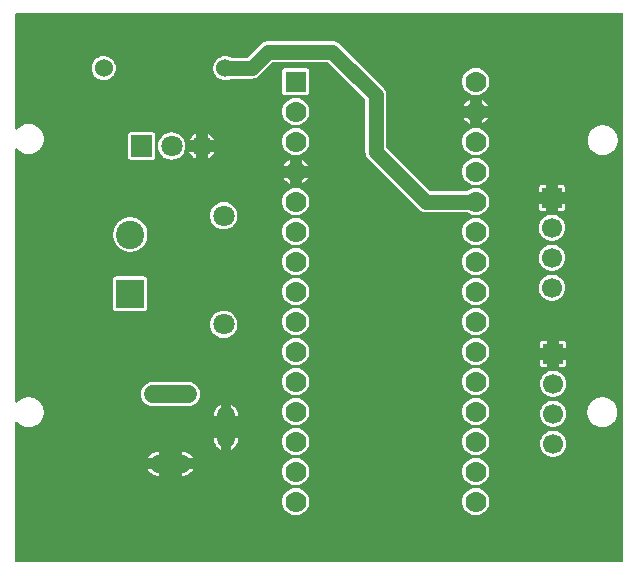
<source format=gbl>
G04 Layer: BottomLayer*
G04 EasyEDA v6.4.19.3, 2021-03-31T18:03:01+05:30*
G04 c08650e857294e3dbb17a6b3c2855350,e0f298e70ebc440d83774b4d482b81cc,10*
G04 Gerber Generator version 0.2*
G04 Scale: 100 percent, Rotated: No, Reflected: No *
G04 Dimensions in inches *
G04 leading zeros omitted , absolute positions ,3 integer and 6 decimal *
%FSLAX36Y36*%
%MOIN*%

%ADD11C,0.0500*%
%ADD13C,0.0709*%
%ADD14R,0.0945X0.0945*%
%ADD15C,0.0945*%
%ADD17C,0.0600*%
%ADD18R,0.0669X0.0669*%
%ADD19C,0.0669*%
%ADD20R,0.0700X0.0700*%
%ADD21C,0.0700*%

%LPD*%
G36*
X289700Y1781759D02*
G01*
X288160Y1782060D01*
X286860Y1782920D01*
X286000Y1784220D01*
X285700Y1785760D01*
X285700Y2246880D01*
X286020Y2248480D01*
X286980Y2249820D01*
X288380Y2250660D01*
X290020Y2250860D01*
X291580Y2250400D01*
X292840Y2249340D01*
X293220Y2248860D01*
X297500Y2244600D01*
X302260Y2240860D01*
X307420Y2237740D01*
X312940Y2235240D01*
X318720Y2233440D01*
X324680Y2232360D01*
X330700Y2232000D01*
X336740Y2232360D01*
X342700Y2233440D01*
X348480Y2235240D01*
X353980Y2237740D01*
X359159Y2240860D01*
X363920Y2244600D01*
X368200Y2248860D01*
X371940Y2253640D01*
X375060Y2258800D01*
X377540Y2264320D01*
X379340Y2270100D01*
X380439Y2276040D01*
X380800Y2282080D01*
X380439Y2288120D01*
X379340Y2294080D01*
X377540Y2299860D01*
X375060Y2305360D01*
X371940Y2310540D01*
X368200Y2315300D01*
X363920Y2319580D01*
X359159Y2323320D01*
X353980Y2326440D01*
X348480Y2328920D01*
X342700Y2330720D01*
X336740Y2331820D01*
X330700Y2332180D01*
X324680Y2331820D01*
X318720Y2330720D01*
X312940Y2328920D01*
X307420Y2326440D01*
X302260Y2323320D01*
X297500Y2319580D01*
X293220Y2315300D01*
X292840Y2314820D01*
X291580Y2313780D01*
X290020Y2313300D01*
X288380Y2313520D01*
X286980Y2314360D01*
X286020Y2315680D01*
X285700Y2317300D01*
X285700Y3157700D01*
X286020Y3159320D01*
X286980Y3160640D01*
X288380Y3161480D01*
X290020Y3161700D01*
X291580Y3161240D01*
X292840Y3160179D01*
X293220Y3159700D01*
X297500Y3155419D01*
X302260Y3151680D01*
X307420Y3148560D01*
X312940Y3146080D01*
X318720Y3144280D01*
X324680Y3143180D01*
X330700Y3142820D01*
X336740Y3143180D01*
X342700Y3144280D01*
X348480Y3146080D01*
X353980Y3148560D01*
X359159Y3151680D01*
X363920Y3155419D01*
X368200Y3159700D01*
X371940Y3164460D01*
X375060Y3169640D01*
X377540Y3175160D01*
X379340Y3180920D01*
X380439Y3186880D01*
X380800Y3192919D01*
X380439Y3198960D01*
X379340Y3204900D01*
X377540Y3210680D01*
X375060Y3216200D01*
X371940Y3221380D01*
X368200Y3226139D01*
X363920Y3230400D01*
X359159Y3234140D01*
X353980Y3237260D01*
X348480Y3239760D01*
X342700Y3241560D01*
X336740Y3242640D01*
X330700Y3243000D01*
X324680Y3242640D01*
X318720Y3241560D01*
X312940Y3239760D01*
X307420Y3237260D01*
X302260Y3234140D01*
X297500Y3230400D01*
X293220Y3226139D01*
X292840Y3225659D01*
X291580Y3224600D01*
X290020Y3224140D01*
X288380Y3224340D01*
X286980Y3225179D01*
X286020Y3226520D01*
X285700Y3228120D01*
X285700Y3607940D01*
X286000Y3609480D01*
X286860Y3610779D01*
X288160Y3611640D01*
X289700Y3611940D01*
X2308740Y3611940D01*
X2310260Y3611640D01*
X2311560Y3610779D01*
X2312440Y3609480D01*
X2312740Y3607940D01*
X2312740Y1785760D01*
X2312440Y1784220D01*
X2311560Y1782920D01*
X2310260Y1782060D01*
X2308740Y1781759D01*
G37*

%LPC*%
G36*
X1820480Y1939160D02*
G01*
X1826120Y1939520D01*
X1831680Y1940580D01*
X1837080Y1942320D01*
X1842200Y1944740D01*
X1846980Y1947780D01*
X1851339Y1951380D01*
X1855220Y1955520D01*
X1858540Y1960100D01*
X1861279Y1965060D01*
X1863360Y1970320D01*
X1864760Y1975800D01*
X1865480Y1981420D01*
X1865480Y1987080D01*
X1864760Y1992700D01*
X1863360Y1998180D01*
X1861279Y2003460D01*
X1858540Y2008420D01*
X1855220Y2013000D01*
X1851339Y2017120D01*
X1846980Y2020740D01*
X1842200Y2023760D01*
X1837080Y2026180D01*
X1831680Y2027920D01*
X1826120Y2028980D01*
X1820480Y2029340D01*
X1814820Y2028980D01*
X1809259Y2027920D01*
X1803880Y2026180D01*
X1798740Y2023760D01*
X1793959Y2020740D01*
X1789600Y2017120D01*
X1785720Y2013000D01*
X1782400Y2008420D01*
X1779680Y2003460D01*
X1777580Y1998180D01*
X1776180Y1992700D01*
X1775460Y1987080D01*
X1775460Y1981420D01*
X1776180Y1975800D01*
X1777580Y1970320D01*
X1779680Y1965060D01*
X1782400Y1960100D01*
X1785720Y1955520D01*
X1789600Y1951380D01*
X1793959Y1947780D01*
X1798740Y1944740D01*
X1803880Y1942320D01*
X1809259Y1940580D01*
X1814820Y1939520D01*
G37*
G36*
X1220480Y1939160D02*
G01*
X1226120Y1939520D01*
X1231680Y1940580D01*
X1237080Y1942320D01*
X1242200Y1944740D01*
X1246980Y1947780D01*
X1251340Y1951380D01*
X1255220Y1955520D01*
X1258540Y1960100D01*
X1261280Y1965060D01*
X1263360Y1970320D01*
X1264760Y1975800D01*
X1265480Y1981420D01*
X1265480Y1987080D01*
X1264760Y1992700D01*
X1263360Y1998180D01*
X1261280Y2003460D01*
X1258540Y2008420D01*
X1255220Y2013000D01*
X1251340Y2017120D01*
X1246980Y2020740D01*
X1242200Y2023760D01*
X1237080Y2026180D01*
X1231680Y2027920D01*
X1226120Y2028980D01*
X1220480Y2029340D01*
X1214820Y2028980D01*
X1209260Y2027920D01*
X1203880Y2026180D01*
X1198740Y2023760D01*
X1193960Y2020740D01*
X1189600Y2017120D01*
X1185720Y2013000D01*
X1182400Y2008420D01*
X1179680Y2003460D01*
X1177580Y1998180D01*
X1176180Y1992700D01*
X1175460Y1987080D01*
X1175460Y1981420D01*
X1176180Y1975800D01*
X1177580Y1970320D01*
X1179680Y1965060D01*
X1182400Y1960100D01*
X1185720Y1955520D01*
X1189600Y1951380D01*
X1193960Y1947780D01*
X1198740Y1944740D01*
X1203880Y1942320D01*
X1209260Y1940580D01*
X1214820Y1939520D01*
G37*
G36*
X1220480Y2039160D02*
G01*
X1226120Y2039520D01*
X1231680Y2040580D01*
X1237080Y2042320D01*
X1242200Y2044740D01*
X1246980Y2047780D01*
X1251340Y2051380D01*
X1255220Y2055520D01*
X1258540Y2060100D01*
X1261280Y2065060D01*
X1263360Y2070320D01*
X1264760Y2075800D01*
X1265480Y2081420D01*
X1265480Y2087080D01*
X1264760Y2092700D01*
X1263360Y2098180D01*
X1261280Y2103460D01*
X1258540Y2108420D01*
X1255220Y2113000D01*
X1251340Y2117120D01*
X1246980Y2120740D01*
X1242200Y2123760D01*
X1237080Y2126180D01*
X1231680Y2127920D01*
X1226120Y2128980D01*
X1220480Y2129340D01*
X1214820Y2128980D01*
X1209260Y2127920D01*
X1203880Y2126180D01*
X1198740Y2123760D01*
X1193960Y2120740D01*
X1189600Y2117120D01*
X1185720Y2113000D01*
X1182400Y2108420D01*
X1179680Y2103460D01*
X1177580Y2098180D01*
X1176180Y2092700D01*
X1175460Y2087080D01*
X1175460Y2081420D01*
X1176180Y2075800D01*
X1177580Y2070320D01*
X1179680Y2065060D01*
X1182400Y2060100D01*
X1185720Y2055520D01*
X1189600Y2051380D01*
X1193960Y2047780D01*
X1198740Y2044740D01*
X1203880Y2042320D01*
X1209260Y2040580D01*
X1214820Y2039520D01*
G37*
G36*
X1820480Y2039160D02*
G01*
X1826120Y2039520D01*
X1831680Y2040580D01*
X1837080Y2042320D01*
X1842200Y2044740D01*
X1846980Y2047780D01*
X1851339Y2051380D01*
X1855220Y2055520D01*
X1858540Y2060100D01*
X1861279Y2065060D01*
X1863360Y2070320D01*
X1864760Y2075800D01*
X1865480Y2081420D01*
X1865480Y2087080D01*
X1864760Y2092700D01*
X1863360Y2098180D01*
X1861279Y2103460D01*
X1858540Y2108420D01*
X1855220Y2113000D01*
X1851339Y2117120D01*
X1846980Y2120740D01*
X1842200Y2123760D01*
X1837080Y2126180D01*
X1831680Y2127920D01*
X1826120Y2128980D01*
X1820480Y2129340D01*
X1814820Y2128980D01*
X1809259Y2127920D01*
X1803880Y2126180D01*
X1798740Y2123760D01*
X1793959Y2120740D01*
X1789600Y2117120D01*
X1785720Y2113000D01*
X1782400Y2108420D01*
X1779680Y2103460D01*
X1777580Y2098180D01*
X1776180Y2092700D01*
X1775460Y2087080D01*
X1775460Y2081420D01*
X1776180Y2075800D01*
X1777580Y2070320D01*
X1779680Y2065060D01*
X1782400Y2060100D01*
X1785720Y2055520D01*
X1789600Y2051380D01*
X1793959Y2047780D01*
X1798740Y2044740D01*
X1803880Y2042320D01*
X1809259Y2040580D01*
X1814820Y2039520D01*
G37*
G36*
X840100Y2070140D02*
G01*
X841919Y2070140D01*
X847280Y2070480D01*
X852420Y2071519D01*
X857380Y2073200D01*
X862099Y2075520D01*
X866460Y2078440D01*
X870400Y2081879D01*
X873860Y2085840D01*
X876760Y2090200D01*
X878020Y2092740D01*
X840100Y2092740D01*
G37*
G36*
X764380Y2070140D02*
G01*
X766200Y2070140D01*
X766200Y2092740D01*
X728280Y2092740D01*
X729539Y2090200D01*
X732440Y2085840D01*
X735900Y2081879D01*
X739840Y2078440D01*
X744200Y2075520D01*
X748920Y2073200D01*
X753880Y2071519D01*
X759020Y2070480D01*
G37*
G36*
X840100Y2127740D02*
G01*
X878020Y2127740D01*
X876760Y2130280D01*
X873860Y2134640D01*
X870400Y2138580D01*
X866460Y2142040D01*
X862099Y2144960D01*
X857380Y2147280D01*
X852420Y2148960D01*
X847280Y2149980D01*
X841919Y2150340D01*
X840100Y2150340D01*
G37*
G36*
X728280Y2127740D02*
G01*
X766200Y2127740D01*
X766200Y2150340D01*
X764380Y2150340D01*
X759020Y2149980D01*
X753880Y2148960D01*
X748920Y2147280D01*
X744200Y2144960D01*
X739840Y2142040D01*
X735900Y2138580D01*
X732440Y2134640D01*
X729539Y2130280D01*
G37*
G36*
X2078740Y2133220D02*
G01*
X2084319Y2133580D01*
X2089780Y2134640D01*
X2095080Y2136400D01*
X2100120Y2138820D01*
X2104800Y2141860D01*
X2109040Y2145480D01*
X2112800Y2149620D01*
X2115980Y2154200D01*
X2118560Y2159140D01*
X2120500Y2164380D01*
X2121740Y2169820D01*
X2122280Y2175380D01*
X2122100Y2180960D01*
X2121200Y2186460D01*
X2119620Y2191820D01*
X2117360Y2196920D01*
X2114460Y2201700D01*
X2110980Y2206060D01*
X2106980Y2209940D01*
X2102500Y2213280D01*
X2097640Y2216020D01*
X2092460Y2218120D01*
X2087060Y2219520D01*
X2081540Y2220240D01*
X2075960Y2220240D01*
X2070420Y2219520D01*
X2065020Y2218120D01*
X2059840Y2216020D01*
X2054980Y2213280D01*
X2050500Y2209940D01*
X2046500Y2206060D01*
X2043020Y2201700D01*
X2040120Y2196920D01*
X2037860Y2191820D01*
X2036279Y2186460D01*
X2035380Y2180960D01*
X2035200Y2175380D01*
X2035740Y2169820D01*
X2036980Y2164380D01*
X2038920Y2159140D01*
X2041500Y2154200D01*
X2044680Y2149620D01*
X2048440Y2145480D01*
X2052680Y2141860D01*
X2057360Y2138820D01*
X2062400Y2136400D01*
X2067700Y2134640D01*
X2073180Y2133580D01*
G37*
G36*
X1820480Y2139160D02*
G01*
X1826120Y2139520D01*
X1831680Y2140580D01*
X1837080Y2142320D01*
X1842200Y2144740D01*
X1846980Y2147780D01*
X1851339Y2151380D01*
X1855220Y2155520D01*
X1858540Y2160100D01*
X1861279Y2165060D01*
X1863360Y2170320D01*
X1864760Y2175800D01*
X1865480Y2181420D01*
X1865480Y2187080D01*
X1864760Y2192700D01*
X1863360Y2198180D01*
X1861279Y2203460D01*
X1858540Y2208420D01*
X1855220Y2213000D01*
X1851339Y2217120D01*
X1846980Y2220740D01*
X1842200Y2223760D01*
X1837080Y2226180D01*
X1831680Y2227920D01*
X1826120Y2228980D01*
X1820480Y2229340D01*
X1814820Y2228980D01*
X1809259Y2227920D01*
X1803880Y2226180D01*
X1798740Y2223760D01*
X1793959Y2220740D01*
X1789600Y2217120D01*
X1785720Y2213000D01*
X1782400Y2208420D01*
X1779680Y2203460D01*
X1777580Y2198180D01*
X1776180Y2192700D01*
X1775460Y2187080D01*
X1775460Y2181420D01*
X1776180Y2175800D01*
X1777580Y2170320D01*
X1779680Y2165060D01*
X1782400Y2160100D01*
X1785720Y2155520D01*
X1789600Y2151380D01*
X1793959Y2147780D01*
X1798740Y2144740D01*
X1803880Y2142320D01*
X1809259Y2140580D01*
X1814820Y2139520D01*
G37*
G36*
X1220480Y2139160D02*
G01*
X1226120Y2139520D01*
X1231680Y2140580D01*
X1237080Y2142320D01*
X1242200Y2144740D01*
X1246980Y2147780D01*
X1251340Y2151380D01*
X1255220Y2155520D01*
X1258540Y2160100D01*
X1261280Y2165060D01*
X1263360Y2170320D01*
X1264760Y2175800D01*
X1265480Y2181420D01*
X1265480Y2187080D01*
X1264760Y2192700D01*
X1263360Y2198180D01*
X1261280Y2203460D01*
X1258540Y2208420D01*
X1255220Y2213000D01*
X1251340Y2217120D01*
X1246980Y2220740D01*
X1242200Y2223760D01*
X1237080Y2226180D01*
X1231680Y2227920D01*
X1226120Y2228980D01*
X1220480Y2229340D01*
X1214820Y2228980D01*
X1209260Y2227920D01*
X1203880Y2226180D01*
X1198740Y2223760D01*
X1193960Y2220740D01*
X1189600Y2217120D01*
X1185720Y2213000D01*
X1182400Y2208420D01*
X1179680Y2203460D01*
X1177580Y2198180D01*
X1176180Y2192700D01*
X1175460Y2187080D01*
X1175460Y2181420D01*
X1176180Y2175800D01*
X1177580Y2170320D01*
X1179680Y2165060D01*
X1182400Y2160100D01*
X1185720Y2155520D01*
X1189600Y2151380D01*
X1193960Y2147780D01*
X1198740Y2144740D01*
X1203880Y2142320D01*
X1209260Y2140580D01*
X1214820Y2139520D01*
G37*
G36*
X1005680Y2157420D02*
G01*
X1008240Y2158660D01*
X1012600Y2161580D01*
X1016540Y2165040D01*
X1020000Y2168980D01*
X1022900Y2173340D01*
X1025220Y2178040D01*
X1026919Y2183020D01*
X1027940Y2188160D01*
X1028280Y2193520D01*
X1028280Y2195340D01*
X1005680Y2195340D01*
G37*
G36*
X970680Y2157420D02*
G01*
X970680Y2195340D01*
X948080Y2195340D01*
X948080Y2193520D01*
X948439Y2188160D01*
X949460Y2183020D01*
X951140Y2178040D01*
X953460Y2173340D01*
X956380Y2168980D01*
X959840Y2165040D01*
X963780Y2161580D01*
X968139Y2158660D01*
G37*
G36*
X2242720Y2232000D02*
G01*
X2248760Y2232360D01*
X2254700Y2233440D01*
X2260480Y2235240D01*
X2266000Y2237740D01*
X2271180Y2240860D01*
X2275940Y2244600D01*
X2280220Y2248860D01*
X2283940Y2253640D01*
X2287080Y2258800D01*
X2289560Y2264320D01*
X2291360Y2270100D01*
X2292440Y2276040D01*
X2292800Y2282080D01*
X2292440Y2288120D01*
X2291360Y2294080D01*
X2289560Y2299860D01*
X2287080Y2305360D01*
X2283940Y2310540D01*
X2280220Y2315300D01*
X2275940Y2319580D01*
X2271180Y2323320D01*
X2266000Y2326440D01*
X2260480Y2328920D01*
X2254700Y2330720D01*
X2248760Y2331820D01*
X2242720Y2332180D01*
X2236680Y2331820D01*
X2230720Y2330720D01*
X2224960Y2328920D01*
X2219440Y2326440D01*
X2214260Y2323320D01*
X2209500Y2319580D01*
X2205220Y2315300D01*
X2201500Y2310540D01*
X2198360Y2305360D01*
X2195880Y2299860D01*
X2194080Y2294080D01*
X2192980Y2288120D01*
X2192620Y2282080D01*
X2192980Y2276040D01*
X2194080Y2270100D01*
X2195880Y2264320D01*
X2198360Y2258800D01*
X2201500Y2253640D01*
X2205220Y2248860D01*
X2209500Y2244600D01*
X2214260Y2240860D01*
X2219440Y2237740D01*
X2224960Y2235240D01*
X2230720Y2233440D01*
X2236680Y2232360D01*
G37*
G36*
X2078740Y2233220D02*
G01*
X2084319Y2233580D01*
X2089780Y2234640D01*
X2095080Y2236400D01*
X2100120Y2238820D01*
X2104800Y2241860D01*
X2109040Y2245480D01*
X2112800Y2249620D01*
X2115980Y2254200D01*
X2118560Y2259140D01*
X2120500Y2264380D01*
X2121740Y2269820D01*
X2122280Y2275380D01*
X2122100Y2280960D01*
X2121200Y2286460D01*
X2119620Y2291820D01*
X2117360Y2296920D01*
X2114460Y2301700D01*
X2110980Y2306060D01*
X2106980Y2309940D01*
X2102500Y2313280D01*
X2097640Y2316020D01*
X2092460Y2318120D01*
X2087060Y2319520D01*
X2081540Y2320240D01*
X2075960Y2320240D01*
X2070420Y2319520D01*
X2065020Y2318120D01*
X2059840Y2316020D01*
X2054980Y2313280D01*
X2050500Y2309940D01*
X2046500Y2306060D01*
X2043020Y2301700D01*
X2040120Y2296920D01*
X2037860Y2291820D01*
X2036279Y2286460D01*
X2035380Y2280960D01*
X2035200Y2275380D01*
X2035740Y2269820D01*
X2036980Y2264380D01*
X2038920Y2259140D01*
X2041500Y2254200D01*
X2044680Y2249620D01*
X2048440Y2245480D01*
X2052680Y2241860D01*
X2057360Y2238820D01*
X2062400Y2236400D01*
X2067700Y2234640D01*
X2073180Y2233580D01*
G37*
G36*
X1820480Y2239160D02*
G01*
X1826120Y2239520D01*
X1831680Y2240580D01*
X1837080Y2242320D01*
X1842200Y2244740D01*
X1846980Y2247780D01*
X1851339Y2251380D01*
X1855220Y2255520D01*
X1858540Y2260100D01*
X1861279Y2265060D01*
X1863360Y2270320D01*
X1864760Y2275800D01*
X1865480Y2281420D01*
X1865480Y2287080D01*
X1864760Y2292700D01*
X1863360Y2298180D01*
X1861279Y2303460D01*
X1858540Y2308420D01*
X1855220Y2313000D01*
X1851339Y2317120D01*
X1846980Y2320740D01*
X1842200Y2323760D01*
X1837080Y2326180D01*
X1831680Y2327920D01*
X1826120Y2328980D01*
X1820480Y2329340D01*
X1814820Y2328980D01*
X1809259Y2327920D01*
X1803880Y2326180D01*
X1798740Y2323760D01*
X1793959Y2320740D01*
X1789600Y2317120D01*
X1785720Y2313000D01*
X1782400Y2308420D01*
X1779680Y2303460D01*
X1777580Y2298180D01*
X1776180Y2292700D01*
X1775460Y2287080D01*
X1775460Y2281420D01*
X1776180Y2275800D01*
X1777580Y2270320D01*
X1779680Y2265060D01*
X1782400Y2260100D01*
X1785720Y2255520D01*
X1789600Y2251380D01*
X1793959Y2247780D01*
X1798740Y2244740D01*
X1803880Y2242320D01*
X1809259Y2240580D01*
X1814820Y2239520D01*
G37*
G36*
X1220480Y2239160D02*
G01*
X1226120Y2239520D01*
X1231680Y2240580D01*
X1237080Y2242320D01*
X1242200Y2244740D01*
X1246980Y2247780D01*
X1251340Y2251380D01*
X1255220Y2255520D01*
X1258540Y2260100D01*
X1261280Y2265060D01*
X1263360Y2270320D01*
X1264760Y2275800D01*
X1265480Y2281420D01*
X1265480Y2287080D01*
X1264760Y2292700D01*
X1263360Y2298180D01*
X1261280Y2303460D01*
X1258540Y2308420D01*
X1255220Y2313000D01*
X1251340Y2317120D01*
X1246980Y2320740D01*
X1242200Y2323760D01*
X1237080Y2326180D01*
X1231680Y2327920D01*
X1226120Y2328980D01*
X1220480Y2329340D01*
X1214820Y2328980D01*
X1209260Y2327920D01*
X1203880Y2326180D01*
X1198740Y2323760D01*
X1193960Y2320740D01*
X1189600Y2317120D01*
X1185720Y2313000D01*
X1182400Y2308420D01*
X1179680Y2303460D01*
X1177580Y2298180D01*
X1176180Y2292700D01*
X1175460Y2287080D01*
X1175460Y2281420D01*
X1176180Y2275800D01*
X1177580Y2270320D01*
X1179680Y2265060D01*
X1182400Y2260100D01*
X1185720Y2255520D01*
X1189600Y2251380D01*
X1193960Y2247780D01*
X1198740Y2244740D01*
X1203880Y2242320D01*
X1209260Y2240580D01*
X1214820Y2239520D01*
G37*
G36*
X1005680Y2269240D02*
G01*
X1028280Y2269240D01*
X1028280Y2271060D01*
X1027940Y2276420D01*
X1026919Y2281560D01*
X1025220Y2286520D01*
X1022900Y2291220D01*
X1020000Y2295580D01*
X1016540Y2299540D01*
X1012600Y2302980D01*
X1008240Y2305900D01*
X1005680Y2307160D01*
G37*
G36*
X948080Y2269240D02*
G01*
X970680Y2269240D01*
X970680Y2307160D01*
X968139Y2305900D01*
X963780Y2302980D01*
X959840Y2299540D01*
X956380Y2295580D01*
X953460Y2291220D01*
X951140Y2286520D01*
X949460Y2281560D01*
X948439Y2276420D01*
X948080Y2271060D01*
G37*
G36*
X744700Y2302420D02*
G01*
X861600Y2302420D01*
X866960Y2302780D01*
X872099Y2303800D01*
X877080Y2305480D01*
X881780Y2307800D01*
X886140Y2310720D01*
X890080Y2314180D01*
X893540Y2318120D01*
X896460Y2322480D01*
X898780Y2327180D01*
X900460Y2332140D01*
X901480Y2337280D01*
X901820Y2342520D01*
X901480Y2347760D01*
X900460Y2352900D01*
X898780Y2357860D01*
X896460Y2362560D01*
X893540Y2366920D01*
X890080Y2370860D01*
X886140Y2374320D01*
X881780Y2377240D01*
X877080Y2379560D01*
X872099Y2381240D01*
X866960Y2382260D01*
X861600Y2382620D01*
X744700Y2382620D01*
X739340Y2382260D01*
X734200Y2381240D01*
X729220Y2379560D01*
X724520Y2377240D01*
X720160Y2374320D01*
X716220Y2370860D01*
X712760Y2366920D01*
X709840Y2362560D01*
X707520Y2357860D01*
X705840Y2352900D01*
X704820Y2347760D01*
X704479Y2342520D01*
X704820Y2337280D01*
X705840Y2332140D01*
X707520Y2327180D01*
X709840Y2322480D01*
X712760Y2318120D01*
X716220Y2314180D01*
X720160Y2310720D01*
X724520Y2307800D01*
X729220Y2305480D01*
X734200Y2303800D01*
X739340Y2302780D01*
G37*
G36*
X2078740Y2333220D02*
G01*
X2084319Y2333580D01*
X2089780Y2334640D01*
X2095080Y2336400D01*
X2100120Y2338820D01*
X2104800Y2341860D01*
X2109040Y2345480D01*
X2112800Y2349620D01*
X2115980Y2354200D01*
X2118560Y2359140D01*
X2120500Y2364380D01*
X2121740Y2369820D01*
X2122280Y2375380D01*
X2122100Y2380960D01*
X2121200Y2386460D01*
X2119620Y2391820D01*
X2117360Y2396920D01*
X2114460Y2401700D01*
X2110980Y2406060D01*
X2106980Y2409940D01*
X2102500Y2413280D01*
X2097640Y2416020D01*
X2092460Y2418120D01*
X2087060Y2419520D01*
X2081540Y2420240D01*
X2075960Y2420240D01*
X2070420Y2419520D01*
X2065020Y2418120D01*
X2059840Y2416020D01*
X2054980Y2413280D01*
X2050500Y2409940D01*
X2046500Y2406060D01*
X2043020Y2401700D01*
X2040120Y2396920D01*
X2037860Y2391820D01*
X2036279Y2386460D01*
X2035380Y2380960D01*
X2035200Y2375380D01*
X2035740Y2369820D01*
X2036980Y2364380D01*
X2038920Y2359140D01*
X2041500Y2354200D01*
X2044680Y2349620D01*
X2048440Y2345480D01*
X2052680Y2341860D01*
X2057360Y2338820D01*
X2062400Y2336400D01*
X2067700Y2334640D01*
X2073180Y2333580D01*
G37*
G36*
X1820480Y2339160D02*
G01*
X1826120Y2339520D01*
X1831680Y2340580D01*
X1837080Y2342320D01*
X1842200Y2344740D01*
X1846980Y2347780D01*
X1851339Y2351380D01*
X1855220Y2355520D01*
X1858540Y2360100D01*
X1861279Y2365060D01*
X1863360Y2370320D01*
X1864760Y2375800D01*
X1865480Y2381420D01*
X1865480Y2387080D01*
X1864760Y2392700D01*
X1863360Y2398180D01*
X1861279Y2403460D01*
X1858540Y2408420D01*
X1855220Y2413000D01*
X1851339Y2417120D01*
X1846980Y2420740D01*
X1842200Y2423760D01*
X1837080Y2426180D01*
X1831680Y2427920D01*
X1826120Y2428980D01*
X1820480Y2429340D01*
X1814820Y2428980D01*
X1809259Y2427920D01*
X1803880Y2426180D01*
X1798740Y2423760D01*
X1793959Y2420740D01*
X1789600Y2417120D01*
X1785720Y2413000D01*
X1782400Y2408420D01*
X1779680Y2403460D01*
X1777580Y2398180D01*
X1776180Y2392700D01*
X1775460Y2387080D01*
X1775460Y2381420D01*
X1776180Y2375800D01*
X1777580Y2370320D01*
X1779680Y2365060D01*
X1782400Y2360100D01*
X1785720Y2355520D01*
X1789600Y2351380D01*
X1793959Y2347780D01*
X1798740Y2344740D01*
X1803880Y2342320D01*
X1809259Y2340580D01*
X1814820Y2339520D01*
G37*
G36*
X1220480Y2339160D02*
G01*
X1226120Y2339520D01*
X1231680Y2340580D01*
X1237080Y2342320D01*
X1242200Y2344740D01*
X1246980Y2347780D01*
X1251340Y2351380D01*
X1255220Y2355520D01*
X1258540Y2360100D01*
X1261280Y2365060D01*
X1263360Y2370320D01*
X1264760Y2375800D01*
X1265480Y2381420D01*
X1265480Y2387080D01*
X1264760Y2392700D01*
X1263360Y2398180D01*
X1261280Y2403460D01*
X1258540Y2408420D01*
X1255220Y2413000D01*
X1251340Y2417120D01*
X1246980Y2420740D01*
X1242200Y2423760D01*
X1237080Y2426180D01*
X1231680Y2427920D01*
X1226120Y2428980D01*
X1220480Y2429340D01*
X1214820Y2428980D01*
X1209260Y2427920D01*
X1203880Y2426180D01*
X1198740Y2423760D01*
X1193960Y2420740D01*
X1189600Y2417120D01*
X1185720Y2413000D01*
X1182400Y2408420D01*
X1179680Y2403460D01*
X1177580Y2398180D01*
X1176180Y2392700D01*
X1175460Y2387080D01*
X1175460Y2381420D01*
X1176180Y2375800D01*
X1177580Y2370320D01*
X1179680Y2365060D01*
X1182400Y2360100D01*
X1185720Y2355520D01*
X1189600Y2351380D01*
X1193960Y2347780D01*
X1198740Y2344740D01*
X1203880Y2342320D01*
X1209260Y2340580D01*
X1214820Y2339520D01*
G37*
G36*
X2045500Y2433200D02*
G01*
X2059500Y2433200D01*
X2059500Y2457540D01*
X2035180Y2457540D01*
X2035180Y2443540D01*
X2035460Y2441060D01*
X2036200Y2438940D01*
X2037400Y2437020D01*
X2039000Y2435440D01*
X2040900Y2434240D01*
X2043040Y2433480D01*
G37*
G36*
X2097980Y2433200D02*
G01*
X2111980Y2433200D01*
X2114440Y2433480D01*
X2116580Y2434240D01*
X2118480Y2435440D01*
X2120080Y2437020D01*
X2121280Y2438940D01*
X2122020Y2441060D01*
X2122300Y2443540D01*
X2122300Y2457540D01*
X2097980Y2457540D01*
G37*
G36*
X1220480Y2439160D02*
G01*
X1226120Y2439520D01*
X1231680Y2440580D01*
X1237080Y2442320D01*
X1242200Y2444740D01*
X1246980Y2447780D01*
X1251340Y2451380D01*
X1255220Y2455520D01*
X1258540Y2460100D01*
X1261280Y2465060D01*
X1263360Y2470320D01*
X1264760Y2475800D01*
X1265480Y2481420D01*
X1265480Y2487080D01*
X1264760Y2492700D01*
X1263360Y2498180D01*
X1261280Y2503460D01*
X1258540Y2508420D01*
X1255220Y2513000D01*
X1251340Y2517120D01*
X1246980Y2520740D01*
X1242200Y2523760D01*
X1237080Y2526180D01*
X1231680Y2527920D01*
X1226120Y2528980D01*
X1220480Y2529340D01*
X1214820Y2528980D01*
X1209260Y2527920D01*
X1203880Y2526180D01*
X1198740Y2523760D01*
X1193960Y2520740D01*
X1189600Y2517120D01*
X1185720Y2513000D01*
X1182400Y2508420D01*
X1179680Y2503460D01*
X1177580Y2498180D01*
X1176180Y2492700D01*
X1175460Y2487080D01*
X1175460Y2481420D01*
X1176180Y2475800D01*
X1177580Y2470320D01*
X1179680Y2465060D01*
X1182400Y2460100D01*
X1185720Y2455520D01*
X1189600Y2451380D01*
X1193960Y2447780D01*
X1198740Y2444740D01*
X1203880Y2442320D01*
X1209260Y2440580D01*
X1214820Y2439520D01*
G37*
G36*
X1820480Y2439160D02*
G01*
X1826120Y2439520D01*
X1831680Y2440580D01*
X1837080Y2442320D01*
X1842200Y2444740D01*
X1846980Y2447780D01*
X1851339Y2451380D01*
X1855220Y2455520D01*
X1858540Y2460100D01*
X1861279Y2465060D01*
X1863360Y2470320D01*
X1864760Y2475800D01*
X1865480Y2481420D01*
X1865480Y2487080D01*
X1864760Y2492700D01*
X1863360Y2498180D01*
X1861279Y2503460D01*
X1858540Y2508420D01*
X1855220Y2513000D01*
X1851339Y2517120D01*
X1846980Y2520740D01*
X1842200Y2523760D01*
X1837080Y2526180D01*
X1831680Y2527920D01*
X1826120Y2528980D01*
X1820480Y2529340D01*
X1814820Y2528980D01*
X1809259Y2527920D01*
X1803880Y2526180D01*
X1798740Y2523760D01*
X1793959Y2520740D01*
X1789600Y2517120D01*
X1785720Y2513000D01*
X1782400Y2508420D01*
X1779680Y2503460D01*
X1777580Y2498180D01*
X1776180Y2492700D01*
X1775460Y2487080D01*
X1775460Y2481420D01*
X1776180Y2475800D01*
X1777580Y2470320D01*
X1779680Y2465060D01*
X1782400Y2460100D01*
X1785720Y2455520D01*
X1789600Y2451380D01*
X1793959Y2447780D01*
X1798740Y2444740D01*
X1803880Y2442320D01*
X1809259Y2440580D01*
X1814820Y2439520D01*
G37*
G36*
X2035180Y2496000D02*
G01*
X2059500Y2496000D01*
X2059500Y2520340D01*
X2045500Y2520340D01*
X2043040Y2520060D01*
X2040900Y2519320D01*
X2039000Y2518120D01*
X2037400Y2516520D01*
X2036200Y2514600D01*
X2035460Y2512480D01*
X2035180Y2510020D01*
G37*
G36*
X2097980Y2496000D02*
G01*
X2122300Y2496000D01*
X2122300Y2510020D01*
X2122020Y2512480D01*
X2121280Y2514600D01*
X2120080Y2516520D01*
X2118480Y2518120D01*
X2116580Y2519320D01*
X2114440Y2520060D01*
X2111980Y2520340D01*
X2097980Y2520340D01*
G37*
G36*
X980320Y2529280D02*
G01*
X986020Y2529640D01*
X991640Y2530720D01*
X997080Y2532480D01*
X1002240Y2534920D01*
X1007080Y2537980D01*
X1011480Y2541620D01*
X1015400Y2545780D01*
X1018760Y2550420D01*
X1021500Y2555420D01*
X1023620Y2560740D01*
X1025040Y2566280D01*
X1025759Y2571940D01*
X1025759Y2577660D01*
X1025040Y2583340D01*
X1023620Y2588880D01*
X1021500Y2594180D01*
X1018760Y2599200D01*
X1015400Y2603820D01*
X1011480Y2608000D01*
X1007080Y2611640D01*
X1002240Y2614700D01*
X997080Y2617140D01*
X991640Y2618900D01*
X986020Y2619980D01*
X980320Y2620340D01*
X974599Y2619980D01*
X969000Y2618900D01*
X963560Y2617140D01*
X958379Y2614700D01*
X953560Y2611640D01*
X949160Y2608000D01*
X945240Y2603820D01*
X941880Y2599200D01*
X939120Y2594180D01*
X937020Y2588880D01*
X935600Y2583340D01*
X934880Y2577660D01*
X934880Y2571940D01*
X935600Y2566280D01*
X937020Y2560740D01*
X939120Y2555420D01*
X941880Y2550420D01*
X945240Y2545780D01*
X949160Y2541620D01*
X953560Y2537980D01*
X958379Y2534920D01*
X963560Y2532480D01*
X969000Y2530720D01*
X974599Y2529640D01*
G37*
G36*
X1820480Y2539160D02*
G01*
X1826120Y2539520D01*
X1831680Y2540580D01*
X1837080Y2542320D01*
X1842200Y2544740D01*
X1846980Y2547780D01*
X1851339Y2551380D01*
X1855220Y2555520D01*
X1858540Y2560100D01*
X1861279Y2565059D01*
X1863360Y2570320D01*
X1864760Y2575800D01*
X1865480Y2581420D01*
X1865480Y2587080D01*
X1864760Y2592700D01*
X1863360Y2598180D01*
X1861279Y2603460D01*
X1858540Y2608420D01*
X1855220Y2613000D01*
X1851339Y2617120D01*
X1846980Y2620740D01*
X1842200Y2623759D01*
X1837080Y2626180D01*
X1831680Y2627919D01*
X1826120Y2628980D01*
X1820480Y2629340D01*
X1814820Y2628980D01*
X1809259Y2627919D01*
X1803880Y2626180D01*
X1798740Y2623759D01*
X1793959Y2620740D01*
X1789600Y2617120D01*
X1785720Y2613000D01*
X1782400Y2608420D01*
X1779680Y2603460D01*
X1777580Y2598180D01*
X1776180Y2592700D01*
X1775460Y2587080D01*
X1775460Y2581420D01*
X1776180Y2575800D01*
X1777580Y2570320D01*
X1779680Y2565059D01*
X1782400Y2560100D01*
X1785720Y2555520D01*
X1789600Y2551380D01*
X1793959Y2547780D01*
X1798740Y2544740D01*
X1803880Y2542320D01*
X1809259Y2540580D01*
X1814820Y2539520D01*
G37*
G36*
X1220480Y2539160D02*
G01*
X1226120Y2539520D01*
X1231680Y2540580D01*
X1237080Y2542320D01*
X1242200Y2544740D01*
X1246980Y2547780D01*
X1251340Y2551380D01*
X1255220Y2555520D01*
X1258540Y2560100D01*
X1261280Y2565059D01*
X1263360Y2570320D01*
X1264760Y2575800D01*
X1265480Y2581420D01*
X1265480Y2587080D01*
X1264760Y2592700D01*
X1263360Y2598180D01*
X1261280Y2603460D01*
X1258540Y2608420D01*
X1255220Y2613000D01*
X1251340Y2617120D01*
X1246980Y2620740D01*
X1242200Y2623759D01*
X1237080Y2626180D01*
X1231680Y2627919D01*
X1226120Y2628980D01*
X1220480Y2629340D01*
X1214820Y2628980D01*
X1209260Y2627919D01*
X1203880Y2626180D01*
X1198740Y2623759D01*
X1193960Y2620740D01*
X1189600Y2617120D01*
X1185720Y2613000D01*
X1182400Y2608420D01*
X1179680Y2603460D01*
X1177580Y2598180D01*
X1176180Y2592700D01*
X1175460Y2587080D01*
X1175460Y2581420D01*
X1176180Y2575800D01*
X1177580Y2570320D01*
X1179680Y2565059D01*
X1182400Y2560100D01*
X1185720Y2555520D01*
X1189600Y2551380D01*
X1193960Y2547780D01*
X1198740Y2544740D01*
X1203880Y2542320D01*
X1209260Y2540580D01*
X1214820Y2539520D01*
G37*
G36*
X622280Y2619820D02*
G01*
X716320Y2619820D01*
X718780Y2620100D01*
X720900Y2620840D01*
X722820Y2622040D01*
X724419Y2623639D01*
X725620Y2625560D01*
X726360Y2627679D01*
X726640Y2630140D01*
X726640Y2724180D01*
X726360Y2726660D01*
X725620Y2728780D01*
X724419Y2730700D01*
X722820Y2732280D01*
X720900Y2733480D01*
X718780Y2734240D01*
X716320Y2734520D01*
X622280Y2734520D01*
X619800Y2734240D01*
X617680Y2733480D01*
X615760Y2732280D01*
X614160Y2730700D01*
X612960Y2728780D01*
X612220Y2726660D01*
X611940Y2724180D01*
X611940Y2630140D01*
X612220Y2627679D01*
X612960Y2625560D01*
X614160Y2623639D01*
X615760Y2622040D01*
X617680Y2620840D01*
X619800Y2620100D01*
G37*
G36*
X1220480Y2639160D02*
G01*
X1226120Y2639520D01*
X1231680Y2640580D01*
X1237080Y2642320D01*
X1242200Y2644740D01*
X1246980Y2647780D01*
X1251340Y2651380D01*
X1255220Y2655520D01*
X1258540Y2660100D01*
X1261280Y2665059D01*
X1263360Y2670320D01*
X1264760Y2675800D01*
X1265480Y2681420D01*
X1265480Y2687080D01*
X1264760Y2692700D01*
X1263360Y2698180D01*
X1261280Y2703460D01*
X1258540Y2708420D01*
X1255220Y2713000D01*
X1251340Y2717120D01*
X1246980Y2720740D01*
X1242200Y2723759D01*
X1237080Y2726180D01*
X1231680Y2727919D01*
X1226120Y2728980D01*
X1220480Y2729340D01*
X1214820Y2728980D01*
X1209260Y2727919D01*
X1203880Y2726180D01*
X1198740Y2723759D01*
X1193960Y2720740D01*
X1189600Y2717120D01*
X1185720Y2713000D01*
X1182400Y2708420D01*
X1179680Y2703460D01*
X1177580Y2698180D01*
X1176180Y2692700D01*
X1175460Y2687080D01*
X1175460Y2681420D01*
X1176180Y2675800D01*
X1177580Y2670320D01*
X1179680Y2665059D01*
X1182400Y2660100D01*
X1185720Y2655520D01*
X1189600Y2651380D01*
X1193960Y2647780D01*
X1198740Y2644740D01*
X1203880Y2642320D01*
X1209260Y2640580D01*
X1214820Y2639520D01*
G37*
G36*
X1820480Y2639160D02*
G01*
X1826120Y2639520D01*
X1831680Y2640580D01*
X1837080Y2642320D01*
X1842200Y2644740D01*
X1846980Y2647780D01*
X1851339Y2651380D01*
X1855220Y2655520D01*
X1858540Y2660100D01*
X1861279Y2665059D01*
X1863360Y2670320D01*
X1864760Y2675800D01*
X1865480Y2681420D01*
X1865480Y2687080D01*
X1864760Y2692700D01*
X1863360Y2698180D01*
X1861279Y2703460D01*
X1858540Y2708420D01*
X1855220Y2713000D01*
X1851339Y2717120D01*
X1846980Y2720740D01*
X1842200Y2723759D01*
X1837080Y2726180D01*
X1831680Y2727919D01*
X1826120Y2728980D01*
X1820480Y2729340D01*
X1814820Y2728980D01*
X1809259Y2727919D01*
X1803880Y2726180D01*
X1798740Y2723759D01*
X1793959Y2720740D01*
X1789600Y2717120D01*
X1785720Y2713000D01*
X1782400Y2708420D01*
X1779680Y2703460D01*
X1777580Y2698180D01*
X1776180Y2692700D01*
X1775460Y2687080D01*
X1775460Y2681420D01*
X1776180Y2675800D01*
X1777580Y2670320D01*
X1779680Y2665059D01*
X1782400Y2660100D01*
X1785720Y2655520D01*
X1789600Y2651380D01*
X1793959Y2647780D01*
X1798740Y2644740D01*
X1803880Y2642320D01*
X1809259Y2640580D01*
X1814820Y2639520D01*
G37*
G36*
X2074800Y2652900D02*
G01*
X2080380Y2653260D01*
X2085860Y2654320D01*
X2091140Y2656080D01*
X2096180Y2658500D01*
X2100860Y2661560D01*
X2105100Y2665160D01*
X2108860Y2669300D01*
X2112060Y2673880D01*
X2114640Y2678820D01*
X2116560Y2684060D01*
X2117800Y2689500D01*
X2118340Y2695059D01*
X2118160Y2700640D01*
X2117260Y2706160D01*
X2115680Y2711500D01*
X2113420Y2716600D01*
X2110520Y2721380D01*
X2107040Y2725740D01*
X2103040Y2729620D01*
X2098560Y2732960D01*
X2093700Y2735700D01*
X2088520Y2737799D01*
X2083140Y2739220D01*
X2077600Y2739920D01*
X2072020Y2739920D01*
X2066480Y2739220D01*
X2061080Y2737799D01*
X2055900Y2735700D01*
X2051040Y2732960D01*
X2046560Y2729620D01*
X2042560Y2725740D01*
X2039079Y2721380D01*
X2036180Y2716600D01*
X2033920Y2711500D01*
X2032340Y2706160D01*
X2031440Y2700640D01*
X2031279Y2695059D01*
X2031800Y2689500D01*
X2033040Y2684060D01*
X2034980Y2678820D01*
X2037560Y2673880D01*
X2040760Y2669300D01*
X2044500Y2665160D01*
X2048760Y2661560D01*
X2053440Y2658500D01*
X2058460Y2656080D01*
X2063760Y2654320D01*
X2069240Y2653260D01*
G37*
G36*
X1820480Y2739160D02*
G01*
X1826120Y2739520D01*
X1831680Y2740580D01*
X1837080Y2742320D01*
X1842200Y2744740D01*
X1846980Y2747780D01*
X1851339Y2751380D01*
X1855220Y2755520D01*
X1858540Y2760100D01*
X1861279Y2765059D01*
X1863360Y2770320D01*
X1864760Y2775800D01*
X1865480Y2781420D01*
X1865480Y2787080D01*
X1864760Y2792700D01*
X1863360Y2798180D01*
X1861279Y2803460D01*
X1858540Y2808420D01*
X1855220Y2813000D01*
X1851339Y2817120D01*
X1846980Y2820740D01*
X1842200Y2823759D01*
X1837080Y2826180D01*
X1831680Y2827919D01*
X1826120Y2828980D01*
X1820480Y2829340D01*
X1814820Y2828980D01*
X1809259Y2827919D01*
X1803880Y2826180D01*
X1798740Y2823759D01*
X1793959Y2820740D01*
X1789600Y2817120D01*
X1785720Y2813000D01*
X1782400Y2808420D01*
X1779680Y2803460D01*
X1777580Y2798180D01*
X1776180Y2792700D01*
X1775460Y2787080D01*
X1775460Y2781420D01*
X1776180Y2775800D01*
X1777580Y2770320D01*
X1779680Y2765059D01*
X1782400Y2760100D01*
X1785720Y2755520D01*
X1789600Y2751380D01*
X1793959Y2747780D01*
X1798740Y2744740D01*
X1803880Y2742320D01*
X1809259Y2740580D01*
X1814820Y2739520D01*
G37*
G36*
X1220480Y2739160D02*
G01*
X1226120Y2739520D01*
X1231680Y2740580D01*
X1237080Y2742320D01*
X1242200Y2744740D01*
X1246980Y2747780D01*
X1251340Y2751380D01*
X1255220Y2755520D01*
X1258540Y2760100D01*
X1261280Y2765059D01*
X1263360Y2770320D01*
X1264760Y2775800D01*
X1265480Y2781420D01*
X1265480Y2787080D01*
X1264760Y2792700D01*
X1263360Y2798180D01*
X1261280Y2803460D01*
X1258540Y2808420D01*
X1255220Y2813000D01*
X1251340Y2817120D01*
X1246980Y2820740D01*
X1242200Y2823759D01*
X1237080Y2826180D01*
X1231680Y2827919D01*
X1226120Y2828980D01*
X1220480Y2829340D01*
X1214820Y2828980D01*
X1209260Y2827919D01*
X1203880Y2826180D01*
X1198740Y2823759D01*
X1193960Y2820740D01*
X1189600Y2817120D01*
X1185720Y2813000D01*
X1182400Y2808420D01*
X1179680Y2803460D01*
X1177580Y2798180D01*
X1176180Y2792700D01*
X1175460Y2787080D01*
X1175460Y2781420D01*
X1176180Y2775800D01*
X1177580Y2770320D01*
X1179680Y2765059D01*
X1182400Y2760100D01*
X1185720Y2755520D01*
X1189600Y2751380D01*
X1193960Y2747780D01*
X1198740Y2744740D01*
X1203880Y2742320D01*
X1209260Y2740580D01*
X1214820Y2739520D01*
G37*
G36*
X2074800Y2752900D02*
G01*
X2080380Y2753260D01*
X2085860Y2754320D01*
X2091140Y2756080D01*
X2096180Y2758500D01*
X2100860Y2761560D01*
X2105100Y2765160D01*
X2108860Y2769300D01*
X2112060Y2773880D01*
X2114640Y2778820D01*
X2116560Y2784060D01*
X2117800Y2789500D01*
X2118340Y2795059D01*
X2118160Y2800640D01*
X2117260Y2806160D01*
X2115680Y2811500D01*
X2113420Y2816600D01*
X2110520Y2821380D01*
X2107040Y2825740D01*
X2103040Y2829620D01*
X2098560Y2832960D01*
X2093700Y2835700D01*
X2088520Y2837799D01*
X2083140Y2839220D01*
X2077600Y2839920D01*
X2072020Y2839920D01*
X2066480Y2839220D01*
X2061080Y2837799D01*
X2055900Y2835700D01*
X2051040Y2832960D01*
X2046560Y2829620D01*
X2042560Y2825740D01*
X2039079Y2821380D01*
X2036180Y2816600D01*
X2033920Y2811500D01*
X2032340Y2806160D01*
X2031440Y2800640D01*
X2031279Y2795059D01*
X2031800Y2789500D01*
X2033040Y2784060D01*
X2034980Y2778820D01*
X2037560Y2773880D01*
X2040760Y2769300D01*
X2044500Y2765160D01*
X2048760Y2761560D01*
X2053440Y2758500D01*
X2058460Y2756080D01*
X2063760Y2754320D01*
X2069240Y2753260D01*
G37*
G36*
X669300Y2816680D02*
G01*
X675720Y2817040D01*
X682060Y2818120D01*
X688220Y2819900D01*
X694160Y2822360D01*
X699800Y2825460D01*
X705040Y2829180D01*
X709840Y2833480D01*
X714120Y2838260D01*
X717840Y2843519D01*
X720960Y2849140D01*
X723420Y2855080D01*
X725200Y2861259D01*
X726260Y2867600D01*
X726620Y2874020D01*
X726260Y2880440D01*
X725200Y2886780D01*
X723420Y2892960D01*
X720960Y2898900D01*
X717840Y2904520D01*
X714120Y2909760D01*
X709840Y2914560D01*
X705040Y2918840D01*
X699800Y2922559D01*
X694160Y2925680D01*
X688220Y2928140D01*
X682060Y2929920D01*
X675720Y2931000D01*
X669300Y2931360D01*
X662880Y2931000D01*
X656540Y2929920D01*
X650360Y2928140D01*
X644419Y2925680D01*
X638780Y2922559D01*
X633540Y2918840D01*
X628740Y2914560D01*
X624460Y2909760D01*
X620740Y2904520D01*
X617640Y2898900D01*
X615180Y2892960D01*
X613380Y2886780D01*
X612320Y2880440D01*
X611960Y2874020D01*
X612320Y2867600D01*
X613380Y2861259D01*
X615180Y2855080D01*
X617640Y2849140D01*
X620740Y2843519D01*
X624460Y2838260D01*
X628740Y2833480D01*
X633540Y2829180D01*
X638780Y2825460D01*
X644419Y2822360D01*
X650360Y2819900D01*
X656540Y2818120D01*
X662880Y2817040D01*
G37*
G36*
X1820480Y2839160D02*
G01*
X1826120Y2839520D01*
X1831680Y2840580D01*
X1837080Y2842320D01*
X1842200Y2844740D01*
X1846980Y2847780D01*
X1851339Y2851380D01*
X1855220Y2855520D01*
X1858540Y2860100D01*
X1861279Y2865059D01*
X1863360Y2870320D01*
X1864760Y2875800D01*
X1865480Y2881420D01*
X1865480Y2887080D01*
X1864760Y2892700D01*
X1863360Y2898180D01*
X1861279Y2903460D01*
X1858540Y2908420D01*
X1855220Y2913000D01*
X1851339Y2917120D01*
X1846980Y2920740D01*
X1842200Y2923759D01*
X1837080Y2926180D01*
X1831680Y2927919D01*
X1826120Y2928980D01*
X1820480Y2929340D01*
X1814820Y2928980D01*
X1809259Y2927919D01*
X1803880Y2926180D01*
X1798740Y2923759D01*
X1793959Y2920740D01*
X1789600Y2917120D01*
X1785720Y2913000D01*
X1782400Y2908420D01*
X1779680Y2903460D01*
X1777580Y2898180D01*
X1776180Y2892700D01*
X1775460Y2887080D01*
X1775460Y2881420D01*
X1776180Y2875800D01*
X1777580Y2870320D01*
X1779680Y2865059D01*
X1782400Y2860100D01*
X1785720Y2855520D01*
X1789600Y2851380D01*
X1793959Y2847780D01*
X1798740Y2844740D01*
X1803880Y2842320D01*
X1809259Y2840580D01*
X1814820Y2839520D01*
G37*
G36*
X1220480Y2839160D02*
G01*
X1226120Y2839520D01*
X1231680Y2840580D01*
X1237080Y2842320D01*
X1242200Y2844740D01*
X1246980Y2847780D01*
X1251340Y2851380D01*
X1255220Y2855520D01*
X1258540Y2860100D01*
X1261280Y2865059D01*
X1263360Y2870320D01*
X1264760Y2875800D01*
X1265480Y2881420D01*
X1265480Y2887080D01*
X1264760Y2892700D01*
X1263360Y2898180D01*
X1261280Y2903460D01*
X1258540Y2908420D01*
X1255220Y2913000D01*
X1251340Y2917120D01*
X1246980Y2920740D01*
X1242200Y2923759D01*
X1237080Y2926180D01*
X1231680Y2927919D01*
X1226120Y2928980D01*
X1220480Y2929340D01*
X1214820Y2928980D01*
X1209260Y2927919D01*
X1203880Y2926180D01*
X1198740Y2923759D01*
X1193960Y2920740D01*
X1189600Y2917120D01*
X1185720Y2913000D01*
X1182400Y2908420D01*
X1179680Y2903460D01*
X1177580Y2898180D01*
X1176180Y2892700D01*
X1175460Y2887080D01*
X1175460Y2881420D01*
X1176180Y2875800D01*
X1177580Y2870320D01*
X1179680Y2865059D01*
X1182400Y2860100D01*
X1185720Y2855520D01*
X1189600Y2851380D01*
X1193960Y2847780D01*
X1198740Y2844740D01*
X1203880Y2842320D01*
X1209260Y2840580D01*
X1214820Y2839520D01*
G37*
G36*
X2074800Y2852900D02*
G01*
X2080380Y2853260D01*
X2085860Y2854320D01*
X2091140Y2856080D01*
X2096180Y2858500D01*
X2100860Y2861560D01*
X2105100Y2865160D01*
X2108860Y2869300D01*
X2112060Y2873880D01*
X2114640Y2878820D01*
X2116560Y2884060D01*
X2117800Y2889500D01*
X2118340Y2895059D01*
X2118160Y2900640D01*
X2117260Y2906160D01*
X2115680Y2911500D01*
X2113420Y2916600D01*
X2110520Y2921380D01*
X2107040Y2925740D01*
X2103040Y2929620D01*
X2098560Y2932960D01*
X2093700Y2935700D01*
X2088520Y2937799D01*
X2083140Y2939220D01*
X2077600Y2939920D01*
X2072020Y2939920D01*
X2066480Y2939220D01*
X2061080Y2937799D01*
X2055900Y2935700D01*
X2051040Y2932960D01*
X2046560Y2929620D01*
X2042560Y2925740D01*
X2039079Y2921380D01*
X2036180Y2916600D01*
X2033920Y2911500D01*
X2032340Y2906160D01*
X2031440Y2900640D01*
X2031279Y2895059D01*
X2031800Y2889500D01*
X2033040Y2884060D01*
X2034980Y2878820D01*
X2037560Y2873880D01*
X2040760Y2869300D01*
X2044500Y2865160D01*
X2048760Y2861560D01*
X2053440Y2858500D01*
X2058460Y2856080D01*
X2063760Y2854320D01*
X2069240Y2853260D01*
G37*
G36*
X980320Y2891480D02*
G01*
X986020Y2891840D01*
X991640Y2892919D01*
X997080Y2894680D01*
X1002240Y2897120D01*
X1007080Y2900179D01*
X1011480Y2903820D01*
X1015400Y2908000D01*
X1018760Y2912620D01*
X1021500Y2917620D01*
X1023620Y2922940D01*
X1025040Y2928480D01*
X1025759Y2934160D01*
X1025759Y2939860D01*
X1025040Y2945539D01*
X1023620Y2951080D01*
X1021500Y2956400D01*
X1018760Y2961400D01*
X1015400Y2966019D01*
X1011480Y2970200D01*
X1007080Y2973840D01*
X1002240Y2976900D01*
X997080Y2979340D01*
X991640Y2981100D01*
X986020Y2982180D01*
X980320Y2982540D01*
X974599Y2982180D01*
X969000Y2981100D01*
X963560Y2979340D01*
X958379Y2976900D01*
X953560Y2973840D01*
X949160Y2970200D01*
X945240Y2966019D01*
X941880Y2961400D01*
X939120Y2956400D01*
X937020Y2951080D01*
X935600Y2945539D01*
X934880Y2939860D01*
X934880Y2934160D01*
X935600Y2928480D01*
X937020Y2922940D01*
X939120Y2917620D01*
X941880Y2912620D01*
X945240Y2908000D01*
X949160Y2903820D01*
X953560Y2900179D01*
X958379Y2897120D01*
X963560Y2894680D01*
X969000Y2892919D01*
X974599Y2891840D01*
G37*
G36*
X1220480Y2939160D02*
G01*
X1226120Y2939520D01*
X1231680Y2940580D01*
X1237080Y2942320D01*
X1242200Y2944740D01*
X1246980Y2947780D01*
X1251340Y2951380D01*
X1255220Y2955520D01*
X1258540Y2960100D01*
X1261280Y2965059D01*
X1263360Y2970320D01*
X1264760Y2975800D01*
X1265480Y2981420D01*
X1265480Y2987080D01*
X1264760Y2992700D01*
X1263360Y2998180D01*
X1261280Y3003460D01*
X1258540Y3008420D01*
X1255220Y3013000D01*
X1251340Y3017120D01*
X1246980Y3020740D01*
X1242200Y3023759D01*
X1237080Y3026180D01*
X1231680Y3027919D01*
X1226120Y3028980D01*
X1220480Y3029340D01*
X1214820Y3028980D01*
X1209260Y3027919D01*
X1203880Y3026180D01*
X1198740Y3023759D01*
X1193960Y3020740D01*
X1189600Y3017120D01*
X1185720Y3013000D01*
X1182400Y3008420D01*
X1179680Y3003460D01*
X1177580Y2998180D01*
X1176180Y2992700D01*
X1175460Y2987080D01*
X1175460Y2981420D01*
X1176180Y2975800D01*
X1177580Y2970320D01*
X1179680Y2965059D01*
X1182400Y2960100D01*
X1185720Y2955520D01*
X1189600Y2951380D01*
X1193960Y2947780D01*
X1198740Y2944740D01*
X1203880Y2942320D01*
X1209260Y2940580D01*
X1214820Y2939520D01*
G37*
G36*
X1820480Y2939160D02*
G01*
X1826120Y2939520D01*
X1831680Y2940580D01*
X1837080Y2942320D01*
X1842200Y2944740D01*
X1846980Y2947780D01*
X1851339Y2951380D01*
X1855220Y2955520D01*
X1858540Y2960100D01*
X1861279Y2965059D01*
X1863360Y2970320D01*
X1864760Y2975800D01*
X1865480Y2981420D01*
X1865480Y2987080D01*
X1864760Y2992700D01*
X1863360Y2998180D01*
X1861279Y3003460D01*
X1858540Y3008420D01*
X1855220Y3013000D01*
X1851339Y3017120D01*
X1846980Y3020740D01*
X1842200Y3023759D01*
X1837080Y3026180D01*
X1831680Y3027919D01*
X1826120Y3028980D01*
X1820480Y3029340D01*
X1814820Y3028980D01*
X1809259Y3027919D01*
X1803880Y3026180D01*
X1798740Y3023759D01*
X1792220Y3019600D01*
X1790860Y3019360D01*
X1669740Y3019360D01*
X1668200Y3019660D01*
X1666920Y3020520D01*
X1524460Y3162980D01*
X1523600Y3164280D01*
X1523280Y3165800D01*
X1523280Y3338519D01*
X1523200Y3341080D01*
X1522940Y3343580D01*
X1522480Y3346040D01*
X1521860Y3348480D01*
X1521080Y3350840D01*
X1520120Y3353159D01*
X1519000Y3355400D01*
X1517720Y3357559D01*
X1516279Y3359620D01*
X1514720Y3361560D01*
X1512960Y3363460D01*
X1367380Y3509020D01*
X1365500Y3510779D01*
X1363560Y3512360D01*
X1361500Y3513780D01*
X1359340Y3515059D01*
X1357100Y3516180D01*
X1354780Y3517140D01*
X1352400Y3517919D01*
X1349980Y3518540D01*
X1347520Y3519000D01*
X1345020Y3519260D01*
X1342440Y3519360D01*
X1130000Y3519360D01*
X1127420Y3519260D01*
X1124920Y3519000D01*
X1122460Y3518540D01*
X1120040Y3517919D01*
X1117660Y3517140D01*
X1115340Y3516180D01*
X1113100Y3515059D01*
X1110940Y3513780D01*
X1108880Y3512360D01*
X1106940Y3510779D01*
X1105060Y3509020D01*
X1061440Y3465400D01*
X1060140Y3464540D01*
X1058600Y3464240D01*
X1006440Y3464240D01*
X1005440Y3464360D01*
X1004500Y3464720D01*
X1003100Y3465500D01*
X998100Y3467420D01*
X992880Y3468660D01*
X987560Y3469200D01*
X982200Y3469020D01*
X976919Y3468140D01*
X971820Y3466540D01*
X966960Y3464300D01*
X962440Y3461420D01*
X958360Y3457960D01*
X954760Y3453980D01*
X951720Y3449560D01*
X949320Y3444780D01*
X947560Y3439720D01*
X946480Y3434480D01*
X946140Y3429140D01*
X946480Y3423800D01*
X947560Y3418540D01*
X949320Y3413480D01*
X951720Y3408700D01*
X954760Y3404280D01*
X958360Y3400320D01*
X962440Y3396860D01*
X966960Y3393980D01*
X971820Y3391720D01*
X976919Y3390140D01*
X982200Y3389240D01*
X987560Y3389060D01*
X992880Y3389600D01*
X998100Y3390840D01*
X1003100Y3392760D01*
X1004500Y3393540D01*
X1005440Y3393920D01*
X1006440Y3394040D01*
X1074740Y3394040D01*
X1077300Y3394120D01*
X1079800Y3394400D01*
X1082260Y3394840D01*
X1084700Y3395460D01*
X1087060Y3396259D01*
X1089380Y3397220D01*
X1091620Y3398340D01*
X1093780Y3399620D01*
X1095840Y3401040D01*
X1097780Y3402620D01*
X1099680Y3404360D01*
X1143280Y3447980D01*
X1144580Y3448840D01*
X1146120Y3449160D01*
X1326320Y3449160D01*
X1327860Y3448840D01*
X1329160Y3447980D01*
X1451920Y3325220D01*
X1452780Y3323920D01*
X1453100Y3322380D01*
X1453100Y3149680D01*
X1453180Y3147100D01*
X1453440Y3144620D01*
X1453899Y3142140D01*
X1454520Y3139720D01*
X1455300Y3137340D01*
X1456260Y3135020D01*
X1457380Y3132780D01*
X1458660Y3130640D01*
X1460100Y3128580D01*
X1461660Y3126620D01*
X1463420Y3124740D01*
X1628680Y2959480D01*
X1630560Y2957720D01*
X1632520Y2956160D01*
X1634560Y2954720D01*
X1636720Y2953440D01*
X1638959Y2952320D01*
X1641279Y2951360D01*
X1643660Y2950580D01*
X1646080Y2949960D01*
X1648540Y2949520D01*
X1651040Y2949240D01*
X1653620Y2949160D01*
X1790860Y2949160D01*
X1792220Y2948920D01*
X1798740Y2944740D01*
X1803880Y2942320D01*
X1809259Y2940580D01*
X1814820Y2939520D01*
G37*
G36*
X2041560Y2952900D02*
G01*
X2055580Y2952900D01*
X2055580Y2977220D01*
X2031240Y2977220D01*
X2031240Y2963220D01*
X2031519Y2960760D01*
X2032260Y2958620D01*
X2033460Y2956720D01*
X2035060Y2955120D01*
X2036960Y2953920D01*
X2039100Y2953180D01*
G37*
G36*
X2094040Y2952900D02*
G01*
X2108040Y2952900D01*
X2110520Y2953180D01*
X2112640Y2953920D01*
X2114560Y2955120D01*
X2116140Y2956720D01*
X2117340Y2958620D01*
X2118100Y2960760D01*
X2118360Y2963220D01*
X2118360Y2977220D01*
X2094040Y2977220D01*
G37*
G36*
X2031240Y3015700D02*
G01*
X2055580Y3015700D01*
X2055580Y3040020D01*
X2041560Y3040020D01*
X2039100Y3039740D01*
X2036960Y3039000D01*
X2035060Y3037799D01*
X2033460Y3036200D01*
X2032260Y3034300D01*
X2031519Y3032160D01*
X2031240Y3029700D01*
G37*
G36*
X2094040Y3015700D02*
G01*
X2118360Y3015700D01*
X2118360Y3029700D01*
X2118100Y3032160D01*
X2117340Y3034300D01*
X2116140Y3036200D01*
X2114560Y3037799D01*
X2112640Y3039000D01*
X2110520Y3039740D01*
X2108040Y3040020D01*
X2094040Y3040020D01*
G37*
G36*
X1820480Y3039160D02*
G01*
X1826120Y3039520D01*
X1831680Y3040580D01*
X1837080Y3042320D01*
X1842200Y3044740D01*
X1846980Y3047780D01*
X1851339Y3051380D01*
X1855220Y3055520D01*
X1858540Y3060100D01*
X1861279Y3065059D01*
X1863360Y3070320D01*
X1864760Y3075800D01*
X1865480Y3081420D01*
X1865480Y3087080D01*
X1864760Y3092700D01*
X1863360Y3098180D01*
X1861279Y3103460D01*
X1858540Y3108420D01*
X1855220Y3113000D01*
X1851339Y3117120D01*
X1846980Y3120740D01*
X1842200Y3123759D01*
X1837080Y3126180D01*
X1831680Y3127919D01*
X1826120Y3128980D01*
X1820480Y3129340D01*
X1814820Y3128980D01*
X1809259Y3127919D01*
X1803880Y3126180D01*
X1798740Y3123759D01*
X1793959Y3120740D01*
X1789600Y3117120D01*
X1785720Y3113000D01*
X1782400Y3108420D01*
X1779680Y3103460D01*
X1777580Y3098180D01*
X1776180Y3092700D01*
X1775460Y3087080D01*
X1775460Y3081420D01*
X1776180Y3075800D01*
X1777580Y3070320D01*
X1779680Y3065059D01*
X1782400Y3060100D01*
X1785720Y3055520D01*
X1789600Y3051380D01*
X1793959Y3047780D01*
X1798740Y3044740D01*
X1803880Y3042320D01*
X1809259Y3040580D01*
X1814820Y3039520D01*
G37*
G36*
X1200480Y3043920D02*
G01*
X1200480Y3064260D01*
X1180120Y3064260D01*
X1182400Y3060100D01*
X1185720Y3055520D01*
X1189600Y3051380D01*
X1193960Y3047780D01*
X1198740Y3044740D01*
G37*
G36*
X1240480Y3043920D02*
G01*
X1242200Y3044740D01*
X1246980Y3047780D01*
X1251340Y3051380D01*
X1255220Y3055520D01*
X1258540Y3060100D01*
X1260840Y3064260D01*
X1240480Y3064260D01*
G37*
G36*
X1240480Y3104260D02*
G01*
X1260840Y3104260D01*
X1258540Y3108420D01*
X1255220Y3113000D01*
X1251340Y3117120D01*
X1246980Y3120740D01*
X1242200Y3123759D01*
X1240480Y3124580D01*
G37*
G36*
X1180120Y3104260D02*
G01*
X1200480Y3104260D01*
X1200480Y3124580D01*
X1198740Y3123759D01*
X1193960Y3120740D01*
X1189600Y3117120D01*
X1185720Y3113000D01*
X1182400Y3108420D01*
G37*
G36*
X671880Y3123759D02*
G01*
X742300Y3123759D01*
X744760Y3124040D01*
X746900Y3124780D01*
X748800Y3125980D01*
X750400Y3127580D01*
X751600Y3129480D01*
X752340Y3131620D01*
X752620Y3134080D01*
X752620Y3204500D01*
X752340Y3206960D01*
X751600Y3209100D01*
X750400Y3211000D01*
X748800Y3212600D01*
X746900Y3213800D01*
X744760Y3214540D01*
X742300Y3214820D01*
X671880Y3214820D01*
X669419Y3214540D01*
X667280Y3213800D01*
X665380Y3212600D01*
X663780Y3211000D01*
X662580Y3209100D01*
X661840Y3206960D01*
X661560Y3204500D01*
X661560Y3134080D01*
X661840Y3131620D01*
X662580Y3129480D01*
X663780Y3127580D01*
X665380Y3125980D01*
X667280Y3124780D01*
X669419Y3124040D01*
G37*
G36*
X804220Y3123860D02*
G01*
X809940Y3123860D01*
X815620Y3124580D01*
X821160Y3126000D01*
X826480Y3128100D01*
X831480Y3130860D01*
X836100Y3134220D01*
X840280Y3138120D01*
X843920Y3142540D01*
X846979Y3147360D01*
X849419Y3152540D01*
X851180Y3157980D01*
X852260Y3163580D01*
X852620Y3169300D01*
X852260Y3175000D01*
X851180Y3180620D01*
X849419Y3186060D01*
X846979Y3191220D01*
X843920Y3196060D01*
X840280Y3200460D01*
X836100Y3204380D01*
X831480Y3207740D01*
X826480Y3210480D01*
X821160Y3212580D01*
X815620Y3214020D01*
X809940Y3214720D01*
X804220Y3214720D01*
X798560Y3214020D01*
X793020Y3212580D01*
X787700Y3210480D01*
X782700Y3207740D01*
X778060Y3204380D01*
X773900Y3200460D01*
X770260Y3196060D01*
X767200Y3191220D01*
X764760Y3186060D01*
X763000Y3180620D01*
X761919Y3175000D01*
X761560Y3169300D01*
X761919Y3163580D01*
X763000Y3157980D01*
X764760Y3152540D01*
X767200Y3147360D01*
X770260Y3142540D01*
X773900Y3138120D01*
X778060Y3134220D01*
X782700Y3130860D01*
X787700Y3128100D01*
X793020Y3126000D01*
X798560Y3124580D01*
G37*
G36*
X886880Y3128560D02*
G01*
X886880Y3149080D01*
X866380Y3149080D01*
X867200Y3147360D01*
X870260Y3142540D01*
X873900Y3138120D01*
X878060Y3134220D01*
X882700Y3130860D01*
G37*
G36*
X927300Y3128560D02*
G01*
X931480Y3130860D01*
X936100Y3134220D01*
X940280Y3138120D01*
X943920Y3142540D01*
X946979Y3147360D01*
X947780Y3149080D01*
X927300Y3149080D01*
G37*
G36*
X2244100Y3138880D02*
G01*
X2250140Y3139260D01*
X2256080Y3140340D01*
X2261860Y3142140D01*
X2267380Y3144620D01*
X2272560Y3147760D01*
X2277320Y3151480D01*
X2281600Y3155760D01*
X2285320Y3160520D01*
X2288460Y3165700D01*
X2290940Y3171220D01*
X2292740Y3176980D01*
X2293820Y3182940D01*
X2294180Y3188980D01*
X2293820Y3195020D01*
X2292740Y3200960D01*
X2290940Y3206740D01*
X2288460Y3212260D01*
X2285320Y3217440D01*
X2281600Y3222200D01*
X2277320Y3226480D01*
X2272560Y3230200D01*
X2267380Y3233340D01*
X2261860Y3235820D01*
X2256080Y3237620D01*
X2250140Y3238700D01*
X2244100Y3239080D01*
X2238060Y3238700D01*
X2232100Y3237620D01*
X2226340Y3235820D01*
X2220820Y3233340D01*
X2215640Y3230200D01*
X2210880Y3226480D01*
X2206600Y3222200D01*
X2202880Y3217440D01*
X2199740Y3212260D01*
X2197260Y3206740D01*
X2195460Y3200960D01*
X2194360Y3195020D01*
X2194000Y3188980D01*
X2194360Y3182940D01*
X2195460Y3176980D01*
X2197260Y3171220D01*
X2199740Y3165700D01*
X2202880Y3160520D01*
X2206600Y3155760D01*
X2210880Y3151480D01*
X2215640Y3147760D01*
X2220820Y3144620D01*
X2226340Y3142140D01*
X2232100Y3140340D01*
X2238060Y3139260D01*
G37*
G36*
X1220480Y3139160D02*
G01*
X1226120Y3139520D01*
X1231680Y3140580D01*
X1237080Y3142320D01*
X1242200Y3144740D01*
X1246980Y3147780D01*
X1251340Y3151380D01*
X1255220Y3155520D01*
X1258540Y3160100D01*
X1261280Y3165059D01*
X1263360Y3170320D01*
X1264760Y3175800D01*
X1265480Y3181420D01*
X1265480Y3187080D01*
X1264760Y3192700D01*
X1263360Y3198180D01*
X1261280Y3203460D01*
X1258540Y3208420D01*
X1255220Y3213000D01*
X1251340Y3217120D01*
X1246980Y3220740D01*
X1242200Y3223759D01*
X1237080Y3226180D01*
X1231680Y3227919D01*
X1226120Y3228980D01*
X1220480Y3229340D01*
X1214820Y3228980D01*
X1209260Y3227919D01*
X1203880Y3226180D01*
X1198740Y3223759D01*
X1193960Y3220740D01*
X1189600Y3217120D01*
X1185720Y3213000D01*
X1182400Y3208420D01*
X1179680Y3203460D01*
X1177580Y3198180D01*
X1176180Y3192700D01*
X1175460Y3187080D01*
X1175460Y3181420D01*
X1176180Y3175800D01*
X1177580Y3170320D01*
X1179680Y3165059D01*
X1182400Y3160100D01*
X1185720Y3155520D01*
X1189600Y3151380D01*
X1193960Y3147780D01*
X1198740Y3144740D01*
X1203880Y3142320D01*
X1209260Y3140580D01*
X1214820Y3139520D01*
G37*
G36*
X1820480Y3139160D02*
G01*
X1826120Y3139520D01*
X1831680Y3140580D01*
X1837080Y3142320D01*
X1842200Y3144740D01*
X1846980Y3147780D01*
X1851339Y3151380D01*
X1855220Y3155520D01*
X1858540Y3160100D01*
X1861279Y3165059D01*
X1863360Y3170320D01*
X1864760Y3175800D01*
X1865480Y3181420D01*
X1865480Y3187080D01*
X1864760Y3192700D01*
X1863360Y3198180D01*
X1861279Y3203460D01*
X1858540Y3208420D01*
X1855220Y3213000D01*
X1851339Y3217120D01*
X1846980Y3220740D01*
X1842200Y3223759D01*
X1837080Y3226180D01*
X1831680Y3227919D01*
X1826120Y3228980D01*
X1820480Y3229340D01*
X1814820Y3228980D01*
X1809259Y3227919D01*
X1803880Y3226180D01*
X1798740Y3223759D01*
X1793959Y3220740D01*
X1789600Y3217120D01*
X1785720Y3213000D01*
X1782400Y3208420D01*
X1779680Y3203460D01*
X1777580Y3198180D01*
X1776180Y3192700D01*
X1775460Y3187080D01*
X1775460Y3181420D01*
X1776180Y3175800D01*
X1777580Y3170320D01*
X1779680Y3165059D01*
X1782400Y3160100D01*
X1785720Y3155520D01*
X1789600Y3151380D01*
X1793959Y3147780D01*
X1798740Y3144740D01*
X1803880Y3142320D01*
X1809259Y3140580D01*
X1814820Y3139520D01*
G37*
G36*
X927300Y3189500D02*
G01*
X947780Y3189500D01*
X946979Y3191220D01*
X943920Y3196060D01*
X940280Y3200460D01*
X936100Y3204380D01*
X931480Y3207740D01*
X927300Y3210020D01*
G37*
G36*
X866380Y3189500D02*
G01*
X886880Y3189500D01*
X886880Y3210020D01*
X882700Y3207740D01*
X878060Y3204380D01*
X873900Y3200460D01*
X870260Y3196060D01*
X867200Y3191220D01*
G37*
G36*
X1220480Y3239160D02*
G01*
X1226120Y3239520D01*
X1231680Y3240580D01*
X1237080Y3242320D01*
X1242200Y3244740D01*
X1246980Y3247780D01*
X1251340Y3251380D01*
X1255220Y3255520D01*
X1258540Y3260100D01*
X1261280Y3265059D01*
X1263360Y3270320D01*
X1264760Y3275800D01*
X1265480Y3281420D01*
X1265480Y3287080D01*
X1264760Y3292700D01*
X1263360Y3298180D01*
X1261280Y3303460D01*
X1258540Y3308420D01*
X1255220Y3313000D01*
X1251340Y3317120D01*
X1246980Y3320740D01*
X1242200Y3323759D01*
X1237080Y3326180D01*
X1231680Y3327919D01*
X1226120Y3328980D01*
X1220480Y3329340D01*
X1214820Y3328980D01*
X1209260Y3327919D01*
X1203880Y3326180D01*
X1198740Y3323759D01*
X1193960Y3320740D01*
X1189600Y3317120D01*
X1185720Y3313000D01*
X1182400Y3308420D01*
X1179680Y3303460D01*
X1177580Y3298180D01*
X1176180Y3292700D01*
X1175460Y3287080D01*
X1175460Y3281420D01*
X1176180Y3275800D01*
X1177580Y3270320D01*
X1179680Y3265059D01*
X1182400Y3260100D01*
X1185720Y3255520D01*
X1189600Y3251380D01*
X1193960Y3247780D01*
X1198740Y3244740D01*
X1203880Y3242320D01*
X1209260Y3240580D01*
X1214820Y3239520D01*
G37*
G36*
X1800480Y3243920D02*
G01*
X1800480Y3264260D01*
X1780120Y3264260D01*
X1782400Y3260100D01*
X1785720Y3255520D01*
X1789600Y3251380D01*
X1793959Y3247780D01*
X1798740Y3244740D01*
G37*
G36*
X1840480Y3243920D02*
G01*
X1842200Y3244740D01*
X1846980Y3247780D01*
X1851339Y3251380D01*
X1855220Y3255520D01*
X1858540Y3260100D01*
X1860840Y3264260D01*
X1840480Y3264260D01*
G37*
G36*
X1780120Y3304260D02*
G01*
X1800480Y3304260D01*
X1800480Y3324580D01*
X1798740Y3323759D01*
X1793959Y3320740D01*
X1789600Y3317120D01*
X1785720Y3313000D01*
X1782400Y3308420D01*
G37*
G36*
X1840480Y3304260D02*
G01*
X1860840Y3304260D01*
X1858540Y3308420D01*
X1855220Y3313000D01*
X1851339Y3317120D01*
X1846980Y3320740D01*
X1842200Y3323759D01*
X1840480Y3324580D01*
G37*
G36*
X1820480Y3339160D02*
G01*
X1826120Y3339520D01*
X1831680Y3340580D01*
X1837080Y3342320D01*
X1842200Y3344740D01*
X1846980Y3347780D01*
X1851339Y3351380D01*
X1855220Y3355520D01*
X1858540Y3360100D01*
X1861279Y3365059D01*
X1863360Y3370320D01*
X1864760Y3375800D01*
X1865480Y3381420D01*
X1865480Y3387080D01*
X1864760Y3392700D01*
X1863360Y3398180D01*
X1861279Y3403460D01*
X1858540Y3408420D01*
X1855220Y3413000D01*
X1851339Y3417120D01*
X1846980Y3420740D01*
X1842200Y3423759D01*
X1837080Y3426180D01*
X1831680Y3427919D01*
X1826120Y3428980D01*
X1820480Y3429340D01*
X1814820Y3428980D01*
X1809259Y3427919D01*
X1803880Y3426180D01*
X1798740Y3423759D01*
X1793959Y3420740D01*
X1789600Y3417120D01*
X1785720Y3413000D01*
X1782400Y3408420D01*
X1779680Y3403460D01*
X1777580Y3398180D01*
X1776180Y3392700D01*
X1775460Y3387080D01*
X1775460Y3381420D01*
X1776180Y3375800D01*
X1777580Y3370320D01*
X1779680Y3365059D01*
X1782400Y3360100D01*
X1785720Y3355520D01*
X1789600Y3351380D01*
X1793959Y3347780D01*
X1798740Y3344740D01*
X1803880Y3342320D01*
X1809259Y3340580D01*
X1814820Y3339520D01*
G37*
G36*
X1185700Y3339160D02*
G01*
X1255240Y3339160D01*
X1257720Y3339440D01*
X1259840Y3340179D01*
X1261760Y3341380D01*
X1263340Y3342980D01*
X1264560Y3344880D01*
X1265300Y3347020D01*
X1265580Y3349480D01*
X1265580Y3419020D01*
X1265300Y3421500D01*
X1264560Y3423620D01*
X1263340Y3425539D01*
X1261760Y3427120D01*
X1259840Y3428320D01*
X1257720Y3429080D01*
X1255240Y3429360D01*
X1185700Y3429360D01*
X1183240Y3429080D01*
X1181100Y3428320D01*
X1179200Y3427120D01*
X1177600Y3425539D01*
X1176400Y3423620D01*
X1175660Y3421500D01*
X1175380Y3419020D01*
X1175380Y3349480D01*
X1175660Y3347020D01*
X1176400Y3344880D01*
X1177600Y3342980D01*
X1179200Y3341380D01*
X1181100Y3340179D01*
X1183240Y3339440D01*
G37*
G36*
X582040Y3389060D02*
G01*
X587380Y3389600D01*
X592580Y3390840D01*
X597580Y3392760D01*
X602280Y3395340D01*
X606600Y3398519D01*
X610440Y3402240D01*
X613760Y3406440D01*
X616500Y3411060D01*
X618580Y3415980D01*
X620000Y3421160D01*
X620720Y3426460D01*
X620720Y3431820D01*
X620000Y3437120D01*
X618580Y3442280D01*
X616500Y3447220D01*
X613760Y3451820D01*
X610440Y3456019D01*
X606600Y3459760D01*
X602280Y3462919D01*
X597580Y3465500D01*
X592580Y3467420D01*
X587380Y3468660D01*
X582040Y3469200D01*
X576700Y3469020D01*
X571420Y3468140D01*
X566300Y3466540D01*
X561440Y3464300D01*
X556920Y3461420D01*
X552840Y3457960D01*
X549240Y3453980D01*
X546220Y3449560D01*
X543800Y3444780D01*
X542040Y3439720D01*
X540980Y3434480D01*
X540620Y3429140D01*
X540980Y3423800D01*
X542040Y3418540D01*
X543800Y3413480D01*
X546220Y3408700D01*
X549240Y3404280D01*
X552840Y3400320D01*
X556920Y3396860D01*
X561440Y3393980D01*
X566300Y3391720D01*
X571420Y3390140D01*
X576700Y3389240D01*
G37*

%LPD*%
D11*
X986225Y3429135D02*
G01*
X1074804Y3429135D01*
X1129921Y3484254D01*
X1342520Y3484254D01*
X1488190Y3338584D01*
X1488190Y3149607D01*
X1653544Y2984254D01*
X1820471Y2984254D01*
D13*
G01*
X980315Y2574807D03*
G01*
X980315Y2937006D03*
D14*
G01*
X669290Y2677166D03*
D15*
G01*
X669290Y2874016D03*
G36*
X671653Y3204726D02*
G01*
X742519Y3204726D01*
X742519Y3133859D01*
X671653Y3133859D01*
G37*
D13*
G01*
X807087Y3169292D03*
G01*
X907087Y3169292D03*
D17*
G01*
X986225Y3429135D03*
G01*
X580704Y3429135D03*
D18*
G01*
X2078741Y2476772D03*
D19*
G01*
X2078741Y2376772D03*
G01*
X2078741Y2276772D03*
G01*
X2078741Y2176772D03*
D18*
G01*
X2074804Y2996457D03*
D19*
G01*
X2074804Y2896457D03*
G01*
X2074804Y2796457D03*
G01*
X2074804Y2696457D03*
D20*
G01*
X1220473Y3384252D03*
D21*
G01*
X1220473Y3284252D03*
G01*
X1220473Y3184252D03*
G01*
X1220473Y3084252D03*
G01*
X1220473Y2984252D03*
G01*
X1220473Y2884252D03*
G01*
X1220473Y2784252D03*
G01*
X1220473Y2684252D03*
G01*
X1220473Y2584252D03*
G01*
X1220473Y2484252D03*
G01*
X1220473Y2384252D03*
G01*
X1220473Y2284252D03*
G01*
X1220473Y2184252D03*
G01*
X1220473Y2084252D03*
G01*
X1220473Y1984252D03*
G01*
X1820473Y3384252D03*
G01*
X1820473Y3284252D03*
G01*
X1820473Y3184252D03*
G01*
X1820473Y3084252D03*
G01*
X1820473Y2984252D03*
G01*
X1820473Y2884252D03*
G01*
X1820473Y2784252D03*
G01*
X1820473Y2684252D03*
G01*
X1820473Y2584252D03*
G01*
X1820473Y2484252D03*
G01*
X1820473Y2384252D03*
G01*
X1820473Y2284252D03*
G01*
X1820473Y2184252D03*
G01*
X1820473Y2084252D03*
G01*
X1820473Y1984252D03*
D17*
X764251Y2110237D02*
G01*
X842047Y2110237D01*
X988189Y2193391D02*
G01*
X988189Y2271185D01*
X744567Y2342518D02*
G01*
X861732Y2342518D01*
M02*

</source>
